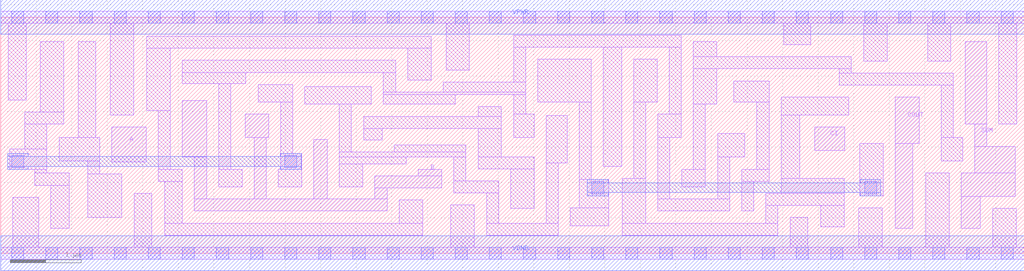
<source format=lef>
# Copyright 2020 The SkyWater PDK Authors
#
# Licensed under the Apache License, Version 2.0 (the "License");
# you may not use this file except in compliance with the License.
# You may obtain a copy of the License at
#
#     https://www.apache.org/licenses/LICENSE-2.0
#
# Unless required by applicable law or agreed to in writing, software
# distributed under the License is distributed on an "AS IS" BASIS,
# WITHOUT WARRANTIES OR CONDITIONS OF ANY KIND, either express or implied.
# See the License for the specific language governing permissions and
# limitations under the License.
#
# SPDX-License-Identifier: Apache-2.0

VERSION 5.7 ;
  NOWIREEXTENSIONATPIN ON ;
  DIVIDERCHAR "/" ;
  BUSBITCHARS "[]" ;
UNITS
  DATABASE MICRONS 200 ;
END UNITS
MACRO sky130_fd_sc_hs__fah_2
  CLASS CORE ;
  FOREIGN sky130_fd_sc_hs__fah_2 ;
  ORIGIN  0.000000  0.000000 ;
  SIZE  14.40000 BY  3.330000 ;
  SYMMETRY X Y ;
  SITE unit ;
  PIN A
    ANTENNAGATEAREA  0.492000 ;
    DIRECTION INPUT ;
    USE SIGNAL ;
    PORT
      LAYER li1 ;
        RECT 1.565000 1.290000 2.045000 1.780000 ;
    END
  END A
  PIN B
    ANTENNAGATEAREA  0.723000 ;
    DIRECTION INPUT ;
    USE SIGNAL ;
    PORT
      LAYER li1 ;
        RECT 2.555000 1.355000 2.895000 2.150000 ;
        RECT 2.725000 0.595000 5.435000 0.765000 ;
        RECT 2.725000 0.765000 2.895000 1.355000 ;
        RECT 3.440000 1.630000 3.770000 1.960000 ;
        RECT 3.565000 0.765000 3.735000 1.630000 ;
        RECT 4.405000 0.765000 4.595000 1.605000 ;
        RECT 5.265000 0.765000 5.435000 0.920000 ;
        RECT 5.265000 0.920000 6.205000 1.090000 ;
        RECT 5.875000 1.090000 6.205000 1.185000 ;
    END
  END B
  PIN CI
    ANTENNAGATEAREA  0.246000 ;
    DIRECTION INPUT ;
    USE SIGNAL ;
    PORT
      LAYER li1 ;
        RECT 11.450000 1.450000 11.875000 1.780000 ;
    END
  END CI
  PIN COUT
    ANTENNADIFFAREA  0.543200 ;
    DIRECTION OUTPUT ;
    USE SIGNAL ;
    PORT
      LAYER li1 ;
        RECT 12.585000 0.350000 12.835000 1.550000 ;
        RECT 12.585000 1.550000 12.920000 2.200000 ;
    END
  END COUT
  PIN SUM
    ANTENNADIFFAREA  0.561800 ;
    DIRECTION OUTPUT ;
    USE SIGNAL ;
    PORT
      LAYER li1 ;
        RECT 13.515000 0.355000 13.785000 0.800000 ;
        RECT 13.515000 0.800000 14.275000 1.130000 ;
        RECT 13.570000 1.820000 13.875000 2.980000 ;
        RECT 13.705000 1.130000 14.275000 1.505000 ;
        RECT 13.705000 1.505000 13.875000 1.820000 ;
    END
  END SUM
  PIN VGND
    DIRECTION INOUT ;
    USE GROUND ;
    PORT
      LAYER met1 ;
        RECT 0.000000 -0.245000 14.400000 0.245000 ;
    END
  END VGND
  PIN VPWR
    DIRECTION INOUT ;
    USE POWER ;
    PORT
      LAYER met1 ;
        RECT 0.000000 3.085000 14.400000 3.575000 ;
    END
  END VPWR
  OBS
    LAYER li1 ;
      RECT  0.000000 -0.085000 14.400000 0.085000 ;
      RECT  0.000000  3.245000 14.400000 3.415000 ;
      RECT  0.105000  2.160000  0.360000 3.245000 ;
      RECT  0.125000  1.180000  0.650000 1.470000 ;
      RECT  0.170000  0.085000  0.535000 0.790000 ;
      RECT  0.335000  1.470000  0.650000 1.820000 ;
      RECT  0.335000  1.820000  0.885000 1.990000 ;
      RECT  0.480000  0.960000  0.965000 1.130000 ;
      RECT  0.480000  1.130000  0.650000 1.180000 ;
      RECT  0.555000  1.990000  0.885000 2.980000 ;
      RECT  0.705000  0.350000  0.965000 0.960000 ;
      RECT  0.820000  1.300000  1.395000 1.630000 ;
      RECT  1.090000  1.630000  1.340000 2.980000 ;
      RECT  1.225000  0.505000  1.705000 1.120000 ;
      RECT  1.225000  1.120000  1.395000 1.300000 ;
      RECT  1.540000  1.950000  1.870000 3.245000 ;
      RECT  1.875000  0.085000  2.125000 0.845000 ;
      RECT  2.055000  2.015000  2.385000 2.890000 ;
      RECT  2.055000  2.890000  6.055000 3.060000 ;
      RECT  2.215000  1.015000  2.555000 1.185000 ;
      RECT  2.215000  1.185000  2.385000 2.015000 ;
      RECT  2.305000  0.255000  5.935000 0.425000 ;
      RECT  2.305000  0.425000  2.555000 1.015000 ;
      RECT  2.555000  2.390000  3.450000 2.550000 ;
      RECT  2.555000  2.550000  5.555000 2.720000 ;
      RECT  3.065000  0.935000  3.395000 1.185000 ;
      RECT  3.065000  1.185000  3.235000 2.390000 ;
      RECT  3.620000  2.130000  4.110000 2.380000 ;
      RECT  3.905000  0.935000  4.235000 1.185000 ;
      RECT  3.940000  1.185000  4.235000 1.410000 ;
      RECT  3.940000  1.410000  4.110000 2.130000 ;
      RECT  4.280000  2.100000  5.215000 2.350000 ;
      RECT  4.765000  0.935000  5.095000 1.260000 ;
      RECT  4.765000  1.260000  5.705000 1.355000 ;
      RECT  4.765000  1.355000  6.545000 1.430000 ;
      RECT  4.765000  1.430000  4.935000 2.100000 ;
      RECT  5.105000  1.600000  5.365000 1.760000 ;
      RECT  5.105000  1.760000  7.045000 1.930000 ;
      RECT  5.385000  2.100000  6.395000 2.240000 ;
      RECT  5.385000  2.240000  7.385000 2.270000 ;
      RECT  5.385000  2.270000  5.555000 2.550000 ;
      RECT  5.535000  1.430000  6.545000 1.525000 ;
      RECT  5.605000  0.425000  5.935000 0.750000 ;
      RECT  5.725000  2.440000  6.055000 2.890000 ;
      RECT  6.225000  2.270000  7.385000 2.410000 ;
      RECT  6.265000  2.580000  6.595000 3.245000 ;
      RECT  6.335000  0.085000  6.665000 0.680000 ;
      RECT  6.375000  0.850000  7.005000 1.020000 ;
      RECT  6.375000  1.020000  6.545000 1.355000 ;
      RECT  6.715000  1.190000  7.505000 1.360000 ;
      RECT  6.715000  1.360000  7.045000 1.760000 ;
      RECT  6.715000  1.930000  7.045000 2.070000 ;
      RECT  6.835000  0.255000  7.845000 0.425000 ;
      RECT  6.835000  0.425000  7.005000 0.850000 ;
      RECT  7.175000  0.630000  7.505000 1.190000 ;
      RECT  7.215000  1.630000  7.505000 1.960000 ;
      RECT  7.215000  1.960000  7.385000 2.240000 ;
      RECT  7.215000  2.410000  7.385000 2.905000 ;
      RECT  7.215000  2.905000  9.575000 3.075000 ;
      RECT  7.555000  2.130000  8.310000 2.735000 ;
      RECT  7.675000  0.425000  7.845000 1.275000 ;
      RECT  7.675000  1.275000  7.970000 1.945000 ;
      RECT  8.015000  0.390000  8.555000 0.640000 ;
      RECT  8.140000  0.640000  8.555000 1.040000 ;
      RECT  8.140000  1.040000  8.310000 2.130000 ;
      RECT  8.480000  1.225000  8.735000 2.905000 ;
      RECT  8.745000  0.255000 10.935000 0.425000 ;
      RECT  8.745000  0.425000  9.075000 1.055000 ;
      RECT  8.905000  1.055000  9.075000 2.130000 ;
      RECT  8.905000  2.130000  9.235000 2.735000 ;
      RECT  9.245000  0.595000 10.255000 0.765000 ;
      RECT  9.245000  0.765000  9.415000 1.630000 ;
      RECT  9.245000  1.630000  9.575000 1.960000 ;
      RECT  9.405000  1.960000  9.575000 2.905000 ;
      RECT  9.585000  0.935000  9.915000 1.185000 ;
      RECT  9.745000  1.185000  9.915000 2.100000 ;
      RECT  9.745000  2.100000 10.075000 2.600000 ;
      RECT  9.745000  2.600000 11.970000 2.770000 ;
      RECT  9.745000  2.770000 10.075000 2.980000 ;
      RECT 10.085000  0.765000 10.255000 1.355000 ;
      RECT 10.085000  1.355000 10.470000 1.685000 ;
      RECT 10.310000  2.130000 10.810000 2.430000 ;
      RECT 10.425000  0.595000 10.595000 1.015000 ;
      RECT 10.425000  1.015000 10.810000 1.185000 ;
      RECT 10.640000  1.185000 10.810000 2.130000 ;
      RECT 10.765000  0.425000 10.935000 0.675000 ;
      RECT 10.765000  0.675000 11.865000 0.845000 ;
      RECT 10.980000  0.845000 11.865000 1.055000 ;
      RECT 10.980000  1.055000 11.240000 1.950000 ;
      RECT 10.980000  1.950000 11.930000 2.200000 ;
      RECT 11.015000  2.940000 11.395000 3.245000 ;
      RECT 11.105000  0.085000 11.355000 0.505000 ;
      RECT 11.535000  0.375000 11.865000 0.675000 ;
      RECT 11.800000  2.370000 13.400000 2.540000 ;
      RECT 11.800000  2.540000 11.970000 2.600000 ;
      RECT 12.075000  0.085000 12.405000 0.640000 ;
      RECT 12.085000  0.810000 12.415000 1.550000 ;
      RECT 12.140000  2.710000 12.470000 3.245000 ;
      RECT 13.015000  0.085000 13.345000 1.130000 ;
      RECT 13.040000  2.710000 13.370000 3.245000 ;
      RECT 13.230000  1.300000 13.535000 1.630000 ;
      RECT 13.230000  1.630000 13.400000 2.370000 ;
      RECT 13.955000  0.085000 14.285000 0.630000 ;
      RECT 14.045000  1.820000 14.295000 3.245000 ;
    LAYER mcon ;
      RECT  0.155000 -0.085000  0.325000 0.085000 ;
      RECT  0.155000  1.210000  0.325000 1.380000 ;
      RECT  0.155000  3.245000  0.325000 3.415000 ;
      RECT  0.635000 -0.085000  0.805000 0.085000 ;
      RECT  0.635000  3.245000  0.805000 3.415000 ;
      RECT  1.115000 -0.085000  1.285000 0.085000 ;
      RECT  1.115000  3.245000  1.285000 3.415000 ;
      RECT  1.595000 -0.085000  1.765000 0.085000 ;
      RECT  1.595000  3.245000  1.765000 3.415000 ;
      RECT  2.075000 -0.085000  2.245000 0.085000 ;
      RECT  2.075000  3.245000  2.245000 3.415000 ;
      RECT  2.555000 -0.085000  2.725000 0.085000 ;
      RECT  2.555000  3.245000  2.725000 3.415000 ;
      RECT  3.035000 -0.085000  3.205000 0.085000 ;
      RECT  3.035000  3.245000  3.205000 3.415000 ;
      RECT  3.515000 -0.085000  3.685000 0.085000 ;
      RECT  3.515000  3.245000  3.685000 3.415000 ;
      RECT  3.995000 -0.085000  4.165000 0.085000 ;
      RECT  3.995000  1.210000  4.165000 1.380000 ;
      RECT  3.995000  3.245000  4.165000 3.415000 ;
      RECT  4.475000 -0.085000  4.645000 0.085000 ;
      RECT  4.475000  3.245000  4.645000 3.415000 ;
      RECT  4.955000 -0.085000  5.125000 0.085000 ;
      RECT  4.955000  3.245000  5.125000 3.415000 ;
      RECT  5.435000 -0.085000  5.605000 0.085000 ;
      RECT  5.435000  3.245000  5.605000 3.415000 ;
      RECT  5.915000 -0.085000  6.085000 0.085000 ;
      RECT  5.915000  3.245000  6.085000 3.415000 ;
      RECT  6.395000 -0.085000  6.565000 0.085000 ;
      RECT  6.395000  3.245000  6.565000 3.415000 ;
      RECT  6.875000 -0.085000  7.045000 0.085000 ;
      RECT  6.875000  3.245000  7.045000 3.415000 ;
      RECT  7.355000 -0.085000  7.525000 0.085000 ;
      RECT  7.355000  3.245000  7.525000 3.415000 ;
      RECT  7.835000 -0.085000  8.005000 0.085000 ;
      RECT  7.835000  3.245000  8.005000 3.415000 ;
      RECT  8.315000 -0.085000  8.485000 0.085000 ;
      RECT  8.315000  0.840000  8.485000 1.010000 ;
      RECT  8.315000  3.245000  8.485000 3.415000 ;
      RECT  8.795000 -0.085000  8.965000 0.085000 ;
      RECT  8.795000  3.245000  8.965000 3.415000 ;
      RECT  9.275000 -0.085000  9.445000 0.085000 ;
      RECT  9.275000  3.245000  9.445000 3.415000 ;
      RECT  9.755000 -0.085000  9.925000 0.085000 ;
      RECT  9.755000  3.245000  9.925000 3.415000 ;
      RECT 10.235000 -0.085000 10.405000 0.085000 ;
      RECT 10.235000  3.245000 10.405000 3.415000 ;
      RECT 10.715000 -0.085000 10.885000 0.085000 ;
      RECT 10.715000  3.245000 10.885000 3.415000 ;
      RECT 11.195000 -0.085000 11.365000 0.085000 ;
      RECT 11.195000  3.245000 11.365000 3.415000 ;
      RECT 11.675000 -0.085000 11.845000 0.085000 ;
      RECT 11.675000  3.245000 11.845000 3.415000 ;
      RECT 12.155000 -0.085000 12.325000 0.085000 ;
      RECT 12.155000  0.840000 12.325000 1.010000 ;
      RECT 12.155000  3.245000 12.325000 3.415000 ;
      RECT 12.635000 -0.085000 12.805000 0.085000 ;
      RECT 12.635000  3.245000 12.805000 3.415000 ;
      RECT 13.115000 -0.085000 13.285000 0.085000 ;
      RECT 13.115000  3.245000 13.285000 3.415000 ;
      RECT 13.595000 -0.085000 13.765000 0.085000 ;
      RECT 13.595000  3.245000 13.765000 3.415000 ;
      RECT 14.075000 -0.085000 14.245000 0.085000 ;
      RECT 14.075000  3.245000 14.245000 3.415000 ;
    LAYER met1 ;
      RECT  0.095000 1.180000  0.385000 1.225000 ;
      RECT  0.095000 1.225000  4.225000 1.365000 ;
      RECT  0.095000 1.365000  0.385000 1.410000 ;
      RECT  3.935000 1.180000  4.225000 1.225000 ;
      RECT  3.935000 1.365000  4.225000 1.410000 ;
      RECT  8.255000 0.810000  8.545000 0.855000 ;
      RECT  8.255000 0.855000 12.385000 0.995000 ;
      RECT  8.255000 0.995000  8.545000 1.040000 ;
      RECT 12.095000 0.810000 12.385000 0.855000 ;
      RECT 12.095000 0.995000 12.385000 1.040000 ;
  END
END sky130_fd_sc_hs__fah_2
END LIBRARY

</source>
